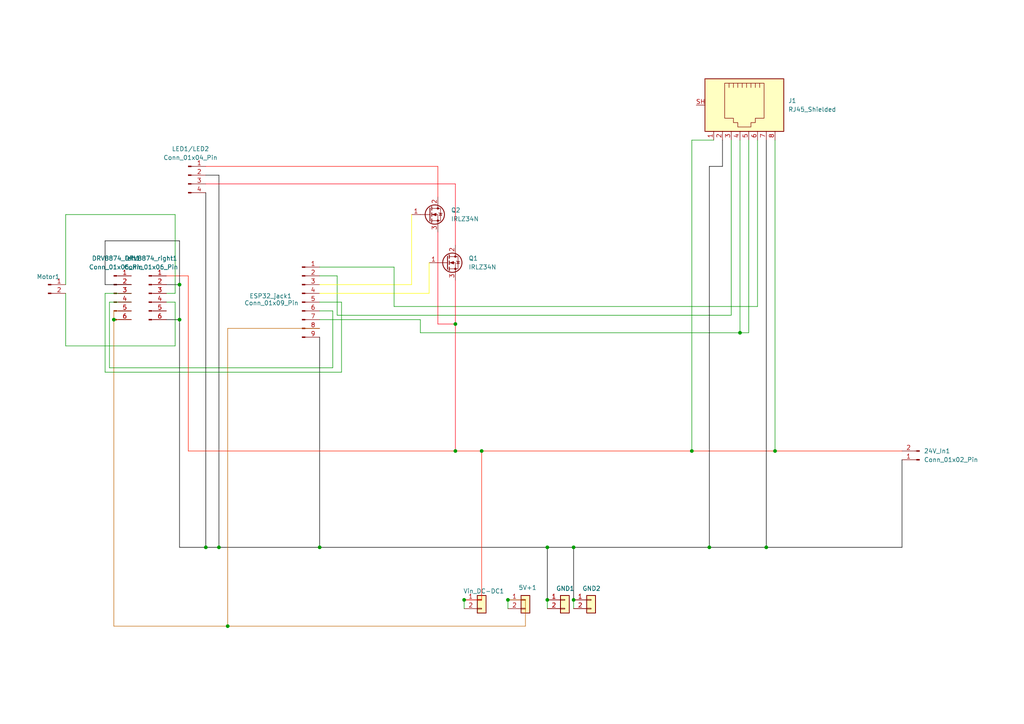
<source format=kicad_sch>
(kicad_sch (version 20231120) (generator "eeschema") (generator_version "8.0")
  (paper "A4")
  (lib_symbols
    (symbol "Connector:Conn_01x02_Pin" (pin_names (offset 1.016) hide)
      (property "Reference" "J" (at 0 2.54 0))
      (property "Value" "Conn_01x02_Pin" (at 0 -5.08 0))
      (symbol "Conn_01x02_Pin_1_1"
        (polyline (pts (xy 1.27 -2.54) (xy 0.8636 -2.54)) (stroke (width 0.1524)))
        (polyline (pts (xy 1.27 0) (xy 0.8636 0)) (stroke (width 0.1524)))
        (rectangle (start 0.8636 -2.413) (end 0 -2.667) (stroke (width 0.1524)) (fill (type outline)))
        (rectangle (start 0.8636 0.127) (end 0 -0.127) (stroke (width 0.1524)) (fill (type outline)))
        (pin passive line (at 5.08 0 180) (length 3.81) (name "Pin_1") (number "1"))
        (pin passive line (at 5.08 -2.54 180) (length 3.81) (name "Pin_2") (number "2"))
      )
    )
    (symbol "Connector:Conn_01x04_Pin" (pin_names (offset 1.016) hide)
      (property "Reference" "J" (at 0 5.08 0))
      (property "Value" "Conn_01x04_Pin" (at 0 -7.62 0))
      (symbol "Conn_01x04_Pin_1_1"
        (polyline (pts (xy 1.27 -5.08) (xy 0.8636 -5.08)) (stroke (width 0.1524)))
        (polyline (pts (xy 1.27 -2.54) (xy 0.8636 -2.54)) (stroke (width 0.1524)))
        (polyline (pts (xy 1.27 0) (xy 0.8636 0)) (stroke (width 0.1524)))
        (polyline (pts (xy 1.27 2.54) (xy 0.8636 2.54)) (stroke (width 0.1524)))
        (rectangle (start 0.8636 -4.953) (end 0 -5.207) (stroke (width 0.1524)) (fill (type outline)))
        (rectangle (start 0.8636 -2.413) (end 0 -2.667) (stroke (width 0.1524)) (fill (type outline)))
        (rectangle (start 0.8636 0.127) (end 0 -0.127) (stroke (width 0.1524)) (fill (type outline)))
        (rectangle (start 0.8636 2.667) (end 0 2.413) (stroke (width 0.1524)) (fill (type outline)))
        (pin passive line (at 5.08 2.54 180) (length 3.81) (name "Pin_1") (number "1"))
        (pin passive line (at 5.08 0 180) (length 3.81) (name "Pin_2") (number "2"))
        (pin passive line (at 5.08 -2.54 180) (length 3.81) (name "Pin_3") (number "3"))
        (pin passive line (at 5.08 -5.08 180) (length 3.81) (name "Pin_4") (number "4"))
      )
    )
    (symbol "Connector:Conn_01x06_Pin" (pin_names (offset 1.016) hide)
      (property "Reference" "J" (at 0 7.62 0))
      (property "Value" "Conn_01x06_Pin" (at 0 -10.16 0))
      (symbol "Conn_01x06_Pin_1_1"
        (polyline (pts (xy 1.27 -7.62) (xy 0.8636 -7.62)) (stroke (width 0.1524)))
        (polyline (pts (xy 1.27 -5.08) (xy 0.8636 -5.08)) (stroke (width 0.1524)))
        (polyline (pts (xy 1.27 -2.54) (xy 0.8636 -2.54)) (stroke (width 0.1524)))
        (polyline (pts (xy 1.27 0) (xy 0.8636 0)) (stroke (width 0.1524)))
        (polyline (pts (xy 1.27 2.54) (xy 0.8636 2.54)) (stroke (width 0.1524)))
        (polyline (pts (xy 1.27 5.08) (xy 0.8636 5.08)) (stroke (width 0.1524)))
        (rectangle (start 0.8636 -7.493) (end 0 -7.747) (stroke (width 0.1524)) (fill (type outline)))
        (rectangle (start 0.8636 -4.953) (end 0 -5.207) (stroke (width 0.1524)) (fill (type outline)))
        (rectangle (start 0.8636 -2.413) (end 0 -2.667) (stroke (width 0.1524)) (fill (type outline)))
        (rectangle (start 0.8636 0.127) (end 0 -0.127) (stroke (width 0.1524)) (fill (type outline)))
        (rectangle (start 0.8636 2.667) (end 0 2.413) (stroke (width 0.1524)) (fill (type outline)))
        (rectangle (start 0.8636 5.207) (end 0 4.953) (stroke (width 0.1524)) (fill (type outline)))
        (pin passive line (at 5.08 5.08 180) (length 3.81) (name "Pin_1") (number "1"))
        (pin passive line (at 5.08 2.54 180) (length 3.81) (name "Pin_2") (number "2"))
        (pin passive line (at 5.08 0 180) (length 3.81) (name "Pin_3") (number "3"))
        (pin passive line (at 5.08 -2.54 180) (length 3.81) (name "Pin_4") (number "4"))
        (pin passive line (at 5.08 -5.08 180) (length 3.81) (name "Pin_5") (number "5"))
        (pin passive line (at 5.08 -7.62 180) (length 3.81) (name "Pin_6") (number "6"))
      )
    )
    (symbol "Connector:Conn_01x09_Pin" (pin_names (offset 1.016) hide)
      (property "Reference" "J" (at 0 12.7 0))
      (property "Value" "Conn_01x09_Pin" (at 0 -12.7 0))
      (symbol "Conn_01x09_Pin_1_1"
        (polyline (pts (xy 1.27 -10.16) (xy 0.8636 -10.16)) (stroke (width 0.1524)))
        (polyline (pts (xy 1.27 -7.62) (xy 0.8636 -7.62)) (stroke (width 0.1524)))
        (polyline (pts (xy 1.27 -5.08) (xy 0.8636 -5.08)) (stroke (width 0.1524)))
        (polyline (pts (xy 1.27 -2.54) (xy 0.8636 -2.54)) (stroke (width 0.1524)))
        (polyline (pts (xy 1.27 0) (xy 0.8636 0)) (stroke (width 0.1524)))
        (polyline (pts (xy 1.27 2.54) (xy 0.8636 2.54)) (stroke (width 0.1524)))
        (polyline (pts (xy 1.27 5.08) (xy 0.8636 5.08)) (stroke (width 0.1524)))
        (polyline (pts (xy 1.27 7.62) (xy 0.8636 7.62)) (stroke (width 0.1524)))
        (polyline (pts (xy 1.27 10.16) (xy 0.8636 10.16)) (stroke (width 0.1524)))
        (rectangle (start 0.8636 -10.033) (end 0 -10.287) (stroke (width 0.1524)) (fill (type outline)))
        (rectangle (start 0.8636 -7.493) (end 0 -7.747) (stroke (width 0.1524)) (fill (type outline)))
        (rectangle (start 0.8636 -4.953) (end 0 -5.207) (stroke (width 0.1524)) (fill (type outline)))
        (rectangle (start 0.8636 -2.413) (end 0 -2.667) (stroke (width 0.1524)) (fill (type outline)))
        (rectangle (start 0.8636 0.127) (end 0 -0.127) (stroke (width 0.1524)) (fill (type outline)))
        (rectangle (start 0.8636 2.667) (end 0 2.413) (stroke (width 0.1524)) (fill (type outline)))
        (rectangle (start 0.8636 5.207) (end 0 4.953) (stroke (width 0.1524)) (fill (type outline)))
        (rectangle (start 0.8636 7.747) (end 0 7.493) (stroke (width 0.1524)) (fill (type outline)))
        (rectangle (start 0.8636 10.287) (end 0 10.033) (stroke (width 0.1524)) (fill (type outline)))
        (pin passive line (at 5.08 10.16 180) (length 3.81) (name "Pin_1") (number "1"))
        (pin passive line (at 5.08 7.62 180) (length 3.81) (name "Pin_2") (number "2"))
        (pin passive line (at 5.08 5.08 180) (length 3.81) (name "Pin_3") (number "3"))
        (pin passive line (at 5.08 2.54 180) (length 3.81) (name "Pin_4") (number "4"))
        (pin passive line (at 5.08 0 180) (length 3.81) (name "Pin_5") (number "5"))
        (pin passive line (at 5.08 -2.54 180) (length 3.81) (name "Pin_6") (number "6"))
        (pin passive line (at 5.08 -5.08 180) (length 3.81) (name "Pin_7") (number "7"))
        (pin passive line (at 5.08 -7.62 180) (length 3.81) (name "Pin_8") (number "8"))
        (pin passive line (at 5.08 -10.16 180) (length 3.81) (name "Pin_9") (number "9"))
      )
    )
    (symbol "Connector:RJ45_Shielded" (pin_names (offset 1.016))
      (property "Reference" "J" (at -5.08 13.97 0))
      (property "Value" "RJ45_Shielded" (at 2.54 13.97 0))
      (symbol "RJ45_Shielded_0_1"
        (polyline (pts (xy -5.08 4.445) (xy -6.35 4.445)))
        (polyline (pts (xy -5.08 5.715) (xy -6.35 5.715)))
        (polyline (pts (xy -6.35 -3.175) (xy -5.08 -3.175) (xy -5.08 -3.175)))
        (polyline (pts (xy -6.35 -1.905) (xy -5.08 -1.905) (xy -5.08 -1.905)))
        (polyline (pts (xy -6.35 -0.635) (xy -5.08 -0.635) (xy -5.08 -0.635)))
        (polyline (pts (xy -6.35 0.635) (xy -5.08 0.635) (xy -5.08 0.635)))
        (polyline (pts (xy -6.35 1.905) (xy -5.08 1.905) (xy -5.08 1.905)))
        (polyline (pts (xy -5.08 3.175) (xy -6.35 3.175) (xy -6.35 3.175)))
        (polyline (pts (xy -6.35 -4.445) (xy -6.35 6.985) (xy 3.81 6.985) (xy 3.81 4.445) (xy 5.08 4.445) (xy 5.08 3.175) (xy 6.35 3.175) (xy 6.35 -0.635) (xy 5.08 -0.635) (xy 5.08 -1.905) (xy 3.81 -1.905) (xy 3.81 -4.445) (xy -6.35 -4.445) (xy -6.35 -4.445)))
        (rectangle (start 7.62 12.7) (end -7.62 -10.16) (stroke (width 0.254)) (fill (type background)))
      )
      (symbol "RJ45_Shielded_1_1"
        (pin passive line (at 10.16 -7.62 180) (length 2.54) (name "~") (number "1"))
        (pin passive line (at 10.16 -5.08 180) (length 2.54) (name "~") (number "2"))
        (pin passive line (at 10.16 -2.54 180) (length 2.54) (name "~") (number "3"))
        (pin passive line (at 10.16 0 180) (length 2.54) (name "~") (number "4"))
        (pin passive line (at 10.16 2.54 180) (length 2.54) (name "~") (number "5"))
        (pin passive line (at 10.16 5.08 180) (length 2.54) (name "~") (number "6"))
        (pin passive line (at 10.16 7.62 180) (length 2.54) (name "~") (number "7"))
        (pin passive line (at 10.16 10.16 180) (length 2.54) (name "~") (number "8"))
        (pin passive line (at 0 -12.7 90) (length 2.54) (name "~") (number "SH"))
      )
    )
    (symbol "Connector_Generic:Conn_01x02" (pin_names (offset 1.016) hide)
      (property "Reference" "J" (at 0 2.54 0))
      (property "Value" "Conn_01x02" (at 0 -5.08 0))
      (symbol "Conn_01x02_1_1"
        (rectangle (start -1.27 -2.413) (end 0 -2.667) (stroke (width 0.1524)))
        (rectangle (start -1.27 0.127) (end 0 -0.127) (stroke (width 0.1524)))
        (rectangle (start -1.27 1.27) (end 1.27 -3.81) (stroke (width 0.254)) (fill (type background)))
        (pin passive line (at -5.08 0 0) (length 3.81) (name "Pin_1") (number "1"))
        (pin passive line (at -5.08 -2.54 0) (length 3.81) (name "Pin_2") (number "2"))
      )
    )
    (symbol "Transistor_FET:IRLZ34N" (pin_names hide)
      (property "Reference" "Q" (at 5.08 1.905 0))
      (property "Value" "IRLZ34N" (at 5.08 0 0))
      (symbol "IRLZ34N_0_1"
        (polyline (pts (xy 0.254 0) (xy -2.54 0)))
        (polyline (pts (xy 0.254 1.905) (xy 0.254 -1.905)) (stroke (width 0.254)))
        (polyline (pts (xy 0.762 -1.27) (xy 0.762 -2.286)) (stroke (width 0.254)))
        (polyline (pts (xy 0.762 0.508) (xy 0.762 -0.508)) (stroke (width 0.254)))
        (polyline (pts (xy 0.762 2.286) (xy 0.762 1.27)) (stroke (width 0.254)))
        (polyline (pts (xy 2.54 2.54) (xy 2.54 1.778)))
        (polyline (pts (xy 2.54 -2.54) (xy 2.54 0) (xy 0.762 0)))
        (polyline (pts (xy 0.762 -1.778) (xy 3.302 -1.778) (xy 3.302 1.778) (xy 0.762 1.778)))
        (polyline (pts (xy 1.016 0) (xy 2.032 0.381) (xy 2.032 -0.381) (xy 1.016 0)) (fill (type outline)))
        (polyline (pts (xy 2.794 0.508) (xy 2.921 0.381) (xy 3.683 0.381) (xy 3.81 0.254)))
        (polyline (pts (xy 3.302 0.381) (xy 2.921 -0.254) (xy 3.683 -0.254) (xy 3.302 0.381)))
        (circle (center 1.651 0) (radius 2.794) (stroke (width 0.254)))
        (circle (center 2.54 -1.778) (radius 0.254) (fill (type outline)))
        (circle (center 2.54 1.778) (radius 0.254) (fill (type outline)))
      )
      (symbol "IRLZ34N_1_1"
        (pin input line (at -5.08 0 0) (length 2.54) (name "G") (number "1"))
        (pin passive line (at 2.54 5.08 270) (length 2.54) (name "D") (number "2"))
        (pin passive line (at 2.54 -5.08 90) (length 2.54) (name "S") (number "3"))
      )
    )
  )
  (junction (at 92.71 158.75))
  (junction (at 158.75 173.99))
  (junction (at 147.32 173.99))
  (junction (at 52.07 82.55))
  (junction (at 205.74 158.75))
  (junction (at 33.02 92.71))
  (junction (at 63.5 158.75))
  (junction (at 166.37 158.75))
  (junction (at 59.69 158.75))
  (junction (at 214.63 96.52))
  (junction (at 134.62 173.99))
  (junction (at 200.66 130.81))
  (junction (at 132.08 93.98))
  (junction (at 52.07 92.71))
  (junction (at 66.04 181.61))
  (junction (at 166.37 173.99))
  (junction (at 222.25 158.75))
  (junction (at 132.08 130.81))
  (junction (at 139.7 130.81))
  (junction (at 158.75 158.75))
  (junction (at 224.79 130.81))
  (wire (pts (xy 214.63 96.52) (xy 217.17 96.52)))
  (wire (pts (xy 19.05 100.33) (xy 50.8 100.33)))
  (wire (pts (xy 19.05 85.09) (xy 19.05 100.33)))
  (wire (pts (xy 132.08 93.98) (xy 127 93.98)) (stroke (width 0) (color 255 0 20 1)))
  (wire (pts (xy 33.02 90.17) (xy 38.1 90.17)) (stroke (width 0) (color 191 99 0 1)))
  (wire (pts (xy 217.17 40.64) (xy 217.17 96.52)))
  (wire (pts (xy 166.37 158.75) (xy 166.37 173.99)) (stroke (width 0) (color 0 0 0 1)))
  (wire (pts (xy 134.62 173.99) (xy 134.62 176.53)))
  (wire (pts (xy 200.66 40.64) (xy 207.01 40.64)))
  (wire (pts (xy 33.02 92.71) (xy 33.02 90.17)) (stroke (width 0) (color 191 99 0 1)))
  (wire (pts (xy 222.25 158.75) (xy 261.62 158.75)) (stroke (width 0) (color 0 0 0 1)))
  (wire (pts (xy 50.8 100.33) (xy 50.8 87.63)))
  (wire (pts (xy 114.3 77.47) (xy 114.3 88.9)))
  (wire (pts (xy 99.06 87.63) (xy 99.06 107.95)))
  (wire (pts (xy 52.07 92.71) (xy 52.07 158.75)) (stroke (width 0) (color 0 0 0 1)))
  (wire (pts (xy 38.1 87.63) (xy 31.75 87.63)))
  (wire (pts (xy 92.71 82.55) (xy 119.38 82.55)) (stroke (width 0) (color 255 252 0 1)))
  (wire (pts (xy 50.8 87.63) (xy 48.26 87.63)))
  (wire (pts (xy 147.32 173.99) (xy 152.4 173.99)) (stroke (width 0) (color 191 99 0 1)))
  (wire (pts (xy 19.05 82.55) (xy 19.05 62.23)))
  (wire (pts (xy 92.71 97.79) (xy 92.71 158.75)) (stroke (width 0) (color 0 0 0 1)))
  (wire (pts (xy 50.8 85.09) (xy 48.26 85.09)))
  (wire (pts (xy 92.71 92.71) (xy 121.92 92.71)))
  (wire (pts (xy 152.4 173.99) (xy 152.4 181.61)) (stroke (width 0) (color 191 99 0 1)))
  (wire (pts (xy 132.08 53.34) (xy 59.69 53.34)) (stroke (width 0) (color 255 0 20 1)))
  (wire (pts (xy 139.7 130.81) (xy 139.7 173.99)) (stroke (width 0) (color 255 28 0 1)))
  (wire (pts (xy 97.79 80.01) (xy 92.71 80.01)))
  (wire (pts (xy 205.74 48.26) (xy 205.74 158.75)) (stroke (width 0) (color 0 0 0 1)))
  (wire (pts (xy 205.74 158.75) (xy 222.25 158.75)) (stroke (width 0) (color 0 0 0 1)))
  (wire (pts (xy 31.75 87.63) (xy 31.75 106.68)))
  (wire (pts (xy 52.07 82.55) (xy 52.07 69.85)) (stroke (width 0) (color 0 0 0 1)))
  (wire (pts (xy 132.08 130.81) (xy 54.61 130.81)) (stroke (width 0) (color 255 28 0 1)))
  (wire (pts (xy 59.69 48.26) (xy 127 48.26)) (stroke (width 0) (color 255 12 6 1)))
  (wire (pts (xy 261.62 133.35) (xy 261.62 158.75)) (stroke (width 0) (color 0 0 0 1)))
  (wire (pts (xy 139.7 130.81) (xy 200.66 130.81)) (stroke (width 0) (color 255 28 0 1)))
  (wire (pts (xy 54.61 80.01) (xy 48.26 80.01)) (stroke (width 0) (color 255 28 0 1)))
  (wire (pts (xy 96.52 106.68) (xy 96.52 90.17)))
  (wire (pts (xy 132.08 93.98) (xy 132.08 81.28)) (stroke (width 0) (color 255 0 20 1)))
  (wire (pts (xy 114.3 88.9) (xy 219.71 88.9)))
  (wire (pts (xy 52.07 69.85) (xy 30.48 69.85)) (stroke (width 0) (color 0 0 0 1)))
  (wire (pts (xy 63.5 50.8) (xy 63.5 158.75)) (stroke (width 0) (color 0 0 0 1)))
  (wire (pts (xy 132.08 53.34) (xy 132.08 71.12)) (stroke (width 0) (color 255 0 20 1)))
  (wire (pts (xy 48.26 92.71) (xy 52.07 92.71)) (stroke (width 0) (color 0 0 0 1)))
  (wire (pts (xy 92.71 77.47) (xy 114.3 77.47)))
  (wire (pts (xy 132.08 130.81) (xy 139.7 130.81)) (stroke (width 0) (color 255 28 0 1)))
  (wire (pts (xy 205.74 48.26) (xy 209.55 48.26)) (stroke (width 0) (color 0 0 0 1)))
  (wire (pts (xy 31.75 106.68) (xy 96.52 106.68)))
  (wire (pts (xy 59.69 158.75) (xy 63.5 158.75)) (stroke (width 0) (color 0 0 0 1)))
  (wire (pts (xy 50.8 62.23) (xy 50.8 85.09)))
  (wire (pts (xy 127 48.26) (xy 127 57.15)) (stroke (width 0) (color 255 12 6 1)))
  (wire (pts (xy 30.48 69.85) (xy 30.48 82.55)) (stroke (width 0) (color 0 0 0 1)))
  (wire (pts (xy 212.09 91.44) (xy 97.79 91.44)))
  (wire (pts (xy 33.02 181.61) (xy 33.02 92.71)) (stroke (width 0) (color 191 99 0 1)))
  (wire (pts (xy 96.52 90.17) (xy 92.71 90.17)))
  (wire (pts (xy 66.04 181.61) (xy 33.02 181.61)) (stroke (width 0) (color 191 99 0 1)))
  (wire (pts (xy 92.71 158.75) (xy 158.75 158.75)) (stroke (width 0) (color 0 0 0 1)))
  (wire (pts (xy 127 93.98) (xy 127 67.31)) (stroke (width 0) (color 255 0 20 1)))
  (wire (pts (xy 121.92 92.71) (xy 121.92 96.52)))
  (wire (pts (xy 209.55 40.64) (xy 209.55 48.26)) (stroke (width 0) (color 0 0 0 1)))
  (wire (pts (xy 52.07 82.55) (xy 48.26 82.55)) (stroke (width 0) (color 0 0 0 1)))
  (wire (pts (xy 219.71 40.64) (xy 219.71 88.9)))
  (wire (pts (xy 99.06 107.95) (xy 30.48 107.95)))
  (wire (pts (xy 66.04 181.61) (xy 152.4 181.61)) (stroke (width 0) (color 191 99 0 1)))
  (wire (pts (xy 59.69 50.8) (xy 63.5 50.8)) (stroke (width 0) (color 0 0 0 1)))
  (wire (pts (xy 66.04 95.25) (xy 92.71 95.25)) (stroke (width 0) (color 191 99 0 1)))
  (wire (pts (xy 52.07 158.75) (xy 59.69 158.75)) (stroke (width 0) (color 0 0 0 1)))
  (wire (pts (xy 52.07 82.55) (xy 52.07 92.71)) (stroke (width 0) (color 0 0 0 1)))
  (wire (pts (xy 124.46 85.09) (xy 124.46 76.2)) (stroke (width 0) (color 255 252 0 1)))
  (wire (pts (xy 33.02 92.71) (xy 38.1 92.71)) (stroke (width 0) (color 191 99 0 1)))
  (wire (pts (xy 166.37 173.99) (xy 166.37 176.53)))
  (wire (pts (xy 200.66 40.64) (xy 200.66 130.81)))
  (wire (pts (xy 54.61 130.81) (xy 54.61 80.01)) (stroke (width 0) (color 255 28 0 1)))
  (wire (pts (xy 19.05 62.23) (xy 50.8 62.23)))
  (wire (pts (xy 212.09 40.64) (xy 212.09 91.44)))
  (wire (pts (xy 147.32 173.99) (xy 147.32 176.53)))
  (wire (pts (xy 224.79 130.81) (xy 261.62 130.81)) (stroke (width 0) (color 255 28 0 1)))
  (wire (pts (xy 92.71 87.63) (xy 99.06 87.63)))
  (wire (pts (xy 158.75 158.75) (xy 166.37 158.75)) (stroke (width 0) (color 0 0 0 1)))
  (wire (pts (xy 132.08 130.81) (xy 132.08 93.98)) (stroke (width 0) (color 255 0 20 1)))
  (wire (pts (xy 59.69 55.88) (xy 59.69 158.75)) (stroke (width 0) (color 0 0 0 1)))
  (wire (pts (xy 166.37 158.75) (xy 205.74 158.75)) (stroke (width 0) (color 0 0 0 1)))
  (wire (pts (xy 222.25 40.64) (xy 222.25 158.75)) (stroke (width 0) (color 0 0 0 1)))
  (wire (pts (xy 121.92 96.52) (xy 214.63 96.52)))
  (wire (pts (xy 158.75 173.99) (xy 158.75 176.53)))
  (wire (pts (xy 200.66 130.81) (xy 224.79 130.81)) (stroke (width 0) (color 255 28 0 1)))
  (wire (pts (xy 30.48 107.95) (xy 30.48 85.09)))
  (wire (pts (xy 158.75 158.75) (xy 158.75 173.99)) (stroke (width 0) (color 0 0 0 1)))
  (wire (pts (xy 30.48 85.09) (xy 38.1 85.09)))
  (wire (pts (xy 63.5 158.75) (xy 92.71 158.75)) (stroke (width 0) (color 0 0 0 1)))
  (wire (pts (xy 214.63 40.64) (xy 214.63 96.52)))
  (wire (pts (xy 30.48 82.55) (xy 38.1 82.55)) (stroke (width 0) (color 0 0 0 1)))
  (wire (pts (xy 92.71 85.09) (xy 124.46 85.09)) (stroke (width 0) (color 255 252 0 1)))
  (wire (pts (xy 224.79 40.64) (xy 224.79 130.81)))
  (wire (pts (xy 97.79 91.44) (xy 97.79 80.01)))
  (wire (pts (xy 134.62 173.99) (xy 139.7 173.99)) (stroke (width 0) (color 255 28 0 1)))
  (wire (pts (xy 66.04 95.25) (xy 66.04 181.61)) (stroke (width 0) (color 191 99 0 1)))
  (wire (pts (xy 119.38 62.23) (xy 119.38 82.55)) (stroke (width 0) (color 255 252 0 1)))
  (symbol (lib_id "Connector:Conn_01x06_Pin") (at 43.18 85.09 0) (unit 1)
    (property "Reference" "DRV8874_right1" (at 43.815 74.93 0))
    (property "Value" "Conn_01x06_Pin" (at 43.815 77.47 0))
    (property "Footprint" "Connector_PinHeader_1.00mm:PinHeader_1x06_P1.00mm_Vertical" (effects (hide yes)))
    (property "Description" "Generic connector, single row, 01x06, script generated" (effects (hide yes)))
  )
  (symbol (lib_id "Transistor_FET:IRLZ34N") (at 129.54 76.2 0) (unit 1)
    (property "Reference" "Q1" (at 135.89 74.9299 0) (effects (justify left)))
    (property "Value" "IRLZ34N" (at 135.89 77.4699 0) (effects (justify left)))
    (property "Footprint" "Package_TO_SOT_THT:TO-220-3_Vertical" (effects (hide yes)))
    (property "Datasheet" "https://www.infineon.com/dgdl/irf1324pbf.pdf?fileId=5546d462533600a4015355dac93318a7" (effects (hide yes)))
    (property "Description" "INFINEON MOSFET, N-Ch 24V 195A 0,0012R, TO-220" (effects (hide yes)))
  )
  (symbol (lib_id "Connector_Generic:Conn_01x02") (at 139.7 173.99 0) (unit 1)
    (property "Reference" "Vin_DC-DC1" (at 134.366 171.45 0) (effects (justify left)))
    (property "Value" "Conn_01x01" (effects (hide yes)))
    (property "Footprint" "Connector_PinSocket_1.00mm:PinSocket_1x02_P1.00mm_Vertical" (effects (hide yes)))
    (property "Description" "Generic connector, single row, 01x02, script generated (kicad-library-utils/schlib/autogen/connector/)" (effects (hide yes)))
  )
  (symbol (lib_id "Connector:Conn_01x02_Pin") (at 266.7 133.35 180) (unit 1)
    (property "Reference" "24V_In1" (at 267.97 130.8099 0) (effects (justify right)))
    (property "Value" "Conn_01x02_Pin" (at 267.97 133.3499 0) (effects (justify right)))
    (property "Footprint" "Connector_PinHeader_1.00mm:PinHeader_1x02_P1.00mm_Vertical" (effects (hide yes)))
    (property "Description" "Generic connector, single row, 01x02, script generated" (effects (hide yes)))
  )
  (symbol (lib_id "Connector:Conn_01x06_Pin") (at 33.02 85.09 0) (unit 1)
    (property "Reference" "DRV8874_left1" (at 33.655 74.93 0))
    (property "Value" "Conn_01x06_Pin" (at 33.655 77.47 0))
    (property "Footprint" "Connector_PinHeader_1.00mm:PinHeader_1x06_P1.00mm_Vertical" (effects (hide yes)))
    (property "Description" "Generic connector, single row, 01x06, script generated" (effects (hide yes)))
  )
  (symbol (lib_id "Connector_Generic:Conn_01x02") (at 152.4 173.99 0) (unit 1)
    (property "Reference" "5V+1" (at 150.368 170.434 0) (effects (justify left)))
    (property "Value" "Conn_01x02" (effects (hide yes)))
    (property "Footprint" "Connector_PinSocket_1.00mm:PinSocket_1x02_P1.00mm_Vertical" (effects (hide yes)))
    (property "Description" "Generic connector, single row, 01x02, script generated (kicad-library-utils/schlib/autogen/connector/)" (effects (hide yes)))
  )
  (symbol (lib_id "Connector:Conn_01x02_Pin") (at 13.97 82.55 0) (unit 1)
    (property "Reference" "Motor1" (at 13.97 80.264 0))
    (property "Value" "Conn_01x02_Pin" (effects (hide yes)))
    (property "Footprint" "Connector_PinHeader_1.00mm:PinHeader_1x02_P1.00mm_Vertical" (effects (hide yes)))
    (property "Description" "Generic connector, single row, 01x02, script generated" (effects (hide yes)))
  )
  (symbol (lib_id "Connector:Conn_01x04_Pin") (at 54.61 50.8 0) (unit 1)
    (property "Reference" "LED1/LED2" (at 55.245 43.18 0))
    (property "Value" "Conn_01x04_Pin" (at 55.245 45.72 0))
    (property "Footprint" "Connector_PinHeader_1.00mm:PinHeader_1x04_P1.00mm_Vertical" (effects (hide yes)))
    (property "Description" "Generic connector, single row, 01x04, script generated" (effects (hide yes)))
  )
  (symbol (lib_id "Connector:Conn_01x09_Pin") (at 87.63 87.63 0) (unit 1)
    (property "Reference" "ESP32_jack1" (at 78.486 85.852 0))
    (property "Value" "Conn_01x09_Pin" (at 78.74 87.884 0))
    (property "Footprint" "Connector_PinHeader_1.00mm:PinHeader_1x09_P1.00mm_Vertical" (effects (hide yes)))
    (property "Description" "Generic connector, single row, 01x09, script generated" (effects (hide yes)))
  )
  (symbol (lib_id "Connector_Generic:Conn_01x02") (at 171.45 173.99 0) (unit 1)
    (property "Reference" "GND2" (at 168.91 170.688 0) (effects (justify left)))
    (property "Value" "Conn_01x02" (effects (hide yes)))
    (property "Footprint" "Connector_PinSocket_1.00mm:PinSocket_1x02_P1.00mm_Vertical" (effects (hide yes)))
    (property "Description" "Generic connector, single row, 01x02, script generated (kicad-library-utils/schlib/autogen/connector/)" (effects (hide yes)))
  )
  (symbol (lib_id "Transistor_FET:IRLZ34N") (at 124.46 62.23 0) (unit 1)
    (property "Reference" "Q2" (at 130.81 60.9599 0) (effects (justify left)))
    (property "Value" "IRLZ34N" (at 130.81 63.4999 0) (effects (justify left)))
    (property "Footprint" "Package_TO_SOT_THT:TO-220-3_Vertical" (effects (hide yes)))
    (property "Datasheet" "https://www.infineon.com/dgdl/irf1324pbf.pdf?fileId=5546d462533600a4015355dac93318a7" (effects (hide yes)))
    (property "Description" "INFINEON MOSFET, N-Ch 24V 195A 0,0012R, TO-220" (effects (hide yes)))
  )
  (symbol (lib_id "Connector_Generic:Conn_01x02") (at 163.83 173.99 0) (unit 1)
    (property "Reference" "GND1" (at 161.29 170.688 0) (effects (justify left)))
    (property "Value" "Conn_01x02" (effects (hide yes)))
    (property "Footprint" "Connector_PinSocket_1.00mm:PinSocket_1x02_P1.00mm_Vertical" (effects (hide yes)))
    (property "Description" "Generic connector, single row, 01x02, script generated (kicad-library-utils/schlib/autogen/connector/)" (effects (hide yes)))
  )
  (symbol (lib_id "Connector:RJ45_Shielded") (at 214.63 30.48 270) (unit 1)
    (property "Reference" "J1" (at 228.6 29.2099 90) (effects (justify left)))
    (property "Value" "RJ45_Shielded" (at 228.6 31.7499 90) (effects (justify left)))
    (property "Footprint" "Connector_RJ:RJ45_Amphenol_54602-x08_Horizontal" (effects (hide yes)))
    (property "Description" "RJ connector, 8P8C (8 positions 8 connected), Shielded" (effects (hide yes)))
  )
)
</source>
